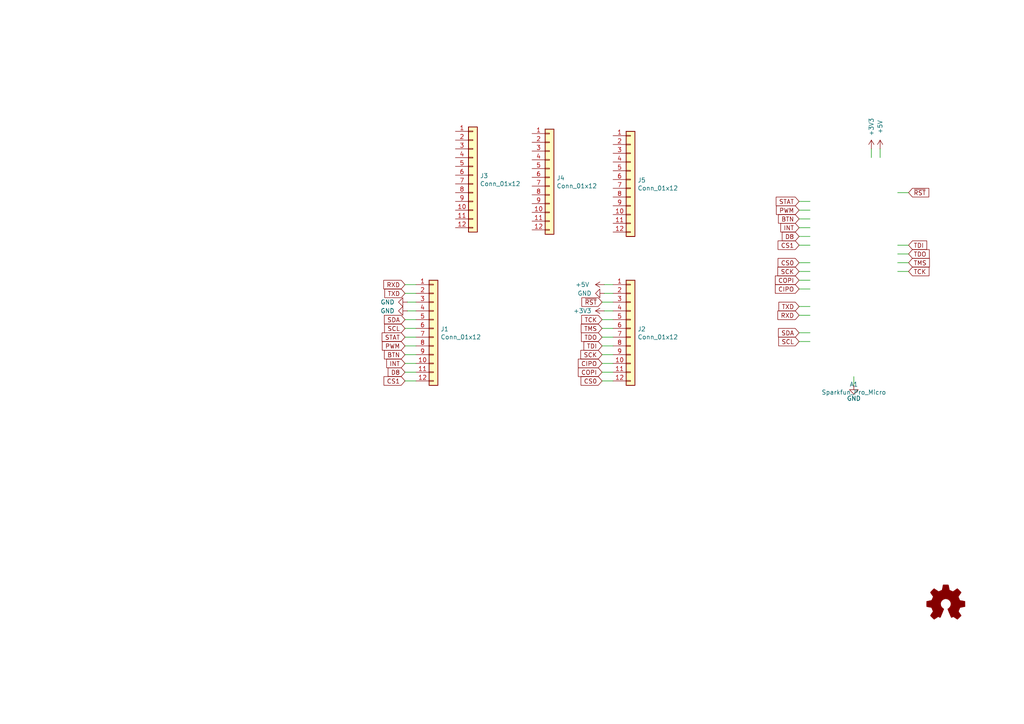
<source format=kicad_sch>
(kicad_sch (version 20231120) (generator "eeschema") (generator_version "8.0")
  (paper "A4")
  (title_block (title "DEV") (date "2020-09-05") (rev "v3.2") (company "nerdyscout"))
  (lib_symbols
    (symbol "Connector_Generic:Conn_01x12" (pin_names (offset 1.016) hide)
      (property "Reference" "J" (at 0 15.24 0))
      (property "Value" "Conn_01x12" (at 0 -17.78 0))
      (symbol "Conn_01x12_1_1"
        (rectangle (start -1.27 -15.113) (end 0 -15.367) (stroke (width 0.1524)))
        (rectangle (start -1.27 -12.573) (end 0 -12.827) (stroke (width 0.1524)))
        (rectangle (start -1.27 -10.033) (end 0 -10.287) (stroke (width 0.1524)))
        (rectangle (start -1.27 -7.493) (end 0 -7.747) (stroke (width 0.1524)))
        (rectangle (start -1.27 -4.953) (end 0 -5.207) (stroke (width 0.1524)))
        (rectangle (start -1.27 -2.413) (end 0 -2.667) (stroke (width 0.1524)))
        (rectangle (start -1.27 0.127) (end 0 -0.127) (stroke (width 0.1524)))
        (rectangle (start -1.27 2.667) (end 0 2.413) (stroke (width 0.1524)))
        (rectangle (start -1.27 5.207) (end 0 4.953) (stroke (width 0.1524)))
        (rectangle (start -1.27 7.747) (end 0 7.493) (stroke (width 0.1524)))
        (rectangle (start -1.27 10.287) (end 0 10.033) (stroke (width 0.1524)))
        (rectangle (start -1.27 12.827) (end 0 12.573) (stroke (width 0.1524)))
        (rectangle (start -1.27 13.97) (end 1.27 -16.51) (stroke (width 0.254)) (fill (type background)))
        (pin passive line (at -5.08 12.7 0) (length 3.81) (name "Pin_1") (number "1"))
        (pin passive line (at -5.08 -10.16 0) (length 3.81) (name "Pin_10") (number "10"))
        (pin passive line (at -5.08 -12.7 0) (length 3.81) (name "Pin_11") (number "11"))
        (pin passive line (at -5.08 -15.24 0) (length 3.81) (name "Pin_12") (number "12"))
        (pin passive line (at -5.08 10.16 0) (length 3.81) (name "Pin_2") (number "2"))
        (pin passive line (at -5.08 7.62 0) (length 3.81) (name "Pin_3") (number "3"))
        (pin passive line (at -5.08 5.08 0) (length 3.81) (name "Pin_4") (number "4"))
        (pin passive line (at -5.08 2.54 0) (length 3.81) (name "Pin_5") (number "5"))
        (pin passive line (at -5.08 0 0) (length 3.81) (name "Pin_6") (number "6"))
        (pin passive line (at -5.08 -2.54 0) (length 3.81) (name "Pin_7") (number "7"))
        (pin passive line (at -5.08 -5.08 0) (length 3.81) (name "Pin_8") (number "8"))
        (pin passive line (at -5.08 -7.62 0) (length 3.81) (name "Pin_9") (number "9"))
      )
    )
    (symbol "Graphic:Logo_Open_Hardware_Small" (in_bom no) (on_board no)
      (symbol "Logo_Open_Hardware_Small_0_1"
        (polyline (pts (xy 3.3528 -4.3434) (xy 3.302 -4.318) (xy 3.175 -4.2418) (xy 2.9972 -4.1148) (xy 2.7686 -3.9624) (xy 2.54 -3.81) (xy 2.3622 -3.7084) (xy 2.2352 -3.6068) (xy 2.1844 -3.5814) (xy 2.159 -3.6068) (xy 2.0574 -3.6576) (xy 1.905 -3.7338) (xy 1.8034 -3.7846) (xy 1.6764 -3.8354) (xy 1.6002 -3.8354) (xy 1.6002 -3.8354) (xy 1.5494 -3.7338) (xy 1.4732 -3.5306) (xy 1.3462 -3.302) (xy 1.2446 -3.0226) (xy 1.1176 -2.7178) (xy 0.9652 -2.413) (xy 0.8636 -2.1082) (xy 0.7366 -1.8288) (xy 0.6604 -1.6256) (xy 0.6096 -1.4732) (xy 0.5842 -1.397) (xy 0.5842 -1.397) (xy 0.6604 -1.3208) (xy 0.7874 -1.2446) (xy 1.0414 -1.016) (xy 1.2954 -0.6858) (xy 1.4478 -0.3302) (xy 1.524 0.0762) (xy 1.4732 0.4572) (xy 1.3208 0.8128) (xy 1.0668 1.143) (xy 0.762 1.3716) (xy 0.4064 1.524) (xy 0 1.5748) (xy -0.381 1.5494) (xy -0.7366 1.397) (xy -1.0668 1.143) (xy -1.2192 0.9906) (xy -1.397 0.6604) (xy -1.524 0.3048) (xy -1.524 0.2286) (xy -1.4986 -0.1778) (xy -1.397 -0.5334) (xy -1.1938 -0.8636) (xy -0.9144 -1.143) (xy -0.8636 -1.1684) (xy -0.7366 -1.27) (xy -0.635 -1.3462) (xy -0.5842 -1.397) (xy -1.0668 -2.5908) (xy -1.143 -2.794) (xy -1.2954 -3.1242) (xy -1.397 -3.4036) (xy -1.4986 -3.6322) (xy -1.5748 -3.7846) (xy -1.6002 -3.8354) (xy -1.6002 -3.8354) (xy -1.651 -3.8354) (xy -1.7272 -3.81) (xy -1.905 -3.7338) (xy -2.0066 -3.683) (xy -2.1336 -3.6068) (xy -2.2098 -3.5814) (xy -2.2606 -3.6068) (xy -2.3622 -3.683) (xy -2.54 -3.81) (xy -2.7686 -3.9624) (xy -2.9718 -4.0894) (xy -3.1496 -4.2164) (xy -3.302 -4.318) (xy -3.3528 -4.3434) (xy -3.3782 -4.3434) (xy -3.429 -4.318) (xy -3.5306 -4.2164) (xy -3.7084 -4.064) (xy -3.937 -3.8354) (xy -3.9624 -3.81) (xy -4.1656 -3.6068) (xy -4.318 -3.4544) (xy -4.4196 -3.3274) (xy -4.445 -3.2766) (xy -4.445 -3.2766) (xy -4.4196 -3.2258) (xy -4.318 -3.0734) (xy -4.2164 -2.8956) (xy -4.064 -2.667) (xy -3.6576 -2.0828) (xy -3.8862 -1.5494) (xy -3.937 -1.3716) (xy -4.0386 -1.1684) (xy -4.0894 -1.0414) (xy -4.1148 -0.9652) (xy -4.191 -0.9398) (xy -4.318 -0.9144) (xy -4.5466 -0.8636) (xy -4.8006 -0.8128) (xy -5.0546 -0.7874) (xy -5.2578 -0.7366) (xy -5.4356 -0.7112) (xy -5.5118 -0.6858) (xy -5.5118 -0.6858) (xy -5.5372 -0.635) (xy -5.5372 -0.5588) (xy -5.5372 -0.4318) (xy -5.5626 -0.2286) (xy -5.5626 0.0762) (xy -5.5626 0.127) (xy -5.5372 0.4064) (xy -5.5372 0.635) (xy -5.5372 0.762) (xy -5.5372 0.8382) (xy -5.5372 0.8382) (xy -5.461 0.8382) (xy -5.3086 0.889) (xy -5.08 0.9144) (xy -4.826 0.9652) (xy -4.8006 0.9906) (xy -4.5466 1.0414) (xy -4.318 1.0668) (xy -4.1656 1.1176) (xy -4.0894 1.143) (xy -4.0894 1.143) (xy -4.0386 1.2446) (xy -3.9624 1.4224) (xy -3.8608 1.6256) (xy -3.7846 1.8288) (xy -3.7084 2.0066) (xy -3.6576 2.159) (xy -3.6322 2.2098) (xy -3.6322 2.2098) (xy -3.683 2.286) (xy -3.7592 2.413) (xy -3.8862 2.5908) (xy -4.064 2.8194) (xy -4.064 2.8448) (xy -4.2164 3.0734) (xy -4.3434 3.2512) (xy -4.4196 3.3782) (xy -4.445 3.4544) (xy -4.445 3.4544) (xy -4.3942 3.5052) (xy -4.2926 3.6322) (xy -4.1148 3.81) (xy -3.937 4.0132) (xy -3.8608 4.064) (xy -3.6576 4.2926) (xy -3.5052 4.4196) (xy -3.4036 4.4958) (xy -3.3528 4.5212) (xy -3.3528 4.5212) (xy -3.302 4.4704) (xy -3.1496 4.3688) (xy -2.9718 4.2418) (xy -2.7432 4.0894) (xy -2.7178 4.0894) (xy -2.4892 3.937) (xy -2.3114 3.81) (xy -2.1844 3.7084) (xy -2.1336 3.683) (xy -2.1082 3.683) (xy -2.032 3.7084) (xy -1.8542 3.7592) (xy -1.6764 3.8354) (xy -1.4732 3.937) (xy -1.27 4.0132) (xy -1.143 4.064) (xy -1.0668 4.1148) (xy -1.0668 4.1148) (xy -1.0414 4.191) (xy -1.016 4.3434) (xy -0.9652 4.572) (xy -0.9144 4.8514) (xy -0.889 4.9022) (xy -0.8382 5.1562) (xy -0.8128 5.3848) (xy -0.7874 5.5372) (xy -0.762 5.588) (xy -0.7112 5.6134) (xy -0.5842 5.6134) (xy -0.4064 5.6134) (xy -0.1524 5.6134) (xy 0.0762 5.6134) (xy 0.3302 5.6134) (xy 0.5334 5.6134) (xy 0.6858 5.588) (xy 0.7366 5.588) (xy 0.7366 5.588) (xy 0.762 5.5118) (xy 0.8128 5.334) (xy 0.8382 5.1054) (xy 0.9144 4.826) (xy 0.9144 4.7752) (xy 0.9652 4.5212) (xy 1.016 4.2926) (xy 1.0414 4.1402) (xy 1.0668 4.0894) (xy 1.0668 4.0894) (xy 1.1938 4.0386) (xy 1.3716 3.9624) (xy 1.5748 3.8608) (xy 2.0828 3.6576) (xy 2.7178 4.0894) (xy 2.7686 4.1402) (xy 2.9972 4.2926) (xy 3.175 4.4196) (xy 3.302 4.4958) (xy 3.3782 4.5212) (xy 3.3782 4.5212) (xy 3.429 4.4704) (xy 3.556 4.3434) (xy 3.7338 4.191) (xy 3.9116 3.9878) (xy 4.064 3.8354) (xy 4.2418 3.6576) (xy 4.3434 3.556) (xy 4.4196 3.4798) (xy 4.4196 3.429) (xy 4.4196 3.4036) (xy 4.3942 3.3274) (xy 4.2926 3.2004) (xy 4.1656 2.9972) (xy 4.0132 2.794) (xy 3.8862 2.5908) (xy 3.7592 2.3876) (xy 3.6576 2.2352) (xy 3.6322 2.159) (xy 3.6322 2.1336) (xy 3.683 2.0066) (xy 3.7592 1.8288) (xy 3.8608 1.6002) (xy 4.064 1.1176) (xy 4.3942 1.0414) (xy 4.5974 1.016) (xy 4.8768 0.9652) (xy 5.1308 0.9144) (xy 5.5372 0.8382) (xy 5.5626 -0.6604) (xy 5.4864 -0.6858) (xy 5.4356 -0.6858) (xy 5.2832 -0.7366) (xy 5.0546 -0.762) (xy 4.8006 -0.8128) (xy 4.5974 -0.8636) (xy 4.3688 -0.9144) (xy 4.2164 -0.9398) (xy 4.1402 -0.9398) (xy 4.1148 -0.9652) (xy 4.064 -1.0668) (xy 3.9878 -1.2446) (xy 3.9116 -1.4478) (xy 3.81 -1.651) (xy 3.7338 -1.8542) (xy 3.683 -2.0066) (xy 3.6576 -2.0828) (xy 3.683 -2.1336) (xy 3.7846 -2.2606) (xy 3.8862 -2.4638) (xy 4.0386 -2.667) (xy 4.191 -2.8956) (xy 4.318 -3.0734) (xy 4.3942 -3.2004) (xy 4.445 -3.2766) (xy 4.4196 -3.3274) (xy 4.3434 -3.429) (xy 4.1656 -3.5814) (xy 3.937 -3.8354) (xy 3.8862 -3.8608) (xy 3.683 -4.064) (xy 3.5306 -4.2164) (xy 3.4036 -4.318) (xy 3.3528 -4.3434)) (fill (type outline)))
      )
    )
    (symbol "power:+3V3" (power) (pin_numbers hide) (pin_names (offset 0) hide)
      (property "Value" "+3V3" (at 0 3.556 0))
      (symbol "+3V3_0_1"
        (polyline (pts (xy -0.762 1.27) (xy 0 2.54)))
        (polyline (pts (xy 0 0) (xy 0 2.54)))
        (polyline (pts (xy 0 2.54) (xy 0.762 1.27)))
      )
      (symbol "+3V3_1_1"
        (pin power_in line (at 0 0 90) (length 0) (name "~") (number "1"))
      )
    )
    (symbol "power:+5V" (power) (pin_numbers hide) (pin_names (offset 0) hide)
      (property "Value" "+5V" (at 0 3.556 0))
      (symbol "+5V_0_1"
        (polyline (pts (xy -0.762 1.27) (xy 0 2.54)))
        (polyline (pts (xy 0 0) (xy 0 2.54)))
        (polyline (pts (xy 0 2.54) (xy 0.762 1.27)))
      )
      (symbol "+5V_1_1"
        (pin power_in line (at 0 0 90) (length 0) (name "~") (number "1"))
      )
    )
    (symbol "power:GND" (power) (pin_numbers hide) (pin_names (offset 0) hide)
      (property "Value" "GND" (at 0 -3.81 0))
      (symbol "GND_0_1"
        (polyline (pts (xy 0 0) (xy 0 -1.27) (xy 1.27 -1.27) (xy 0 -2.54) (xy -1.27 -1.27) (xy 0 -1.27)))
      )
      (symbol "GND_1_1"
        (pin power_in line (at 0 0 270) (length 0) (name "~") (number "1"))
      )
    )
  )
  (wire (pts (xy 234.95 88.9) (xy 231.775 88.9)))
  (wire (pts (xy 177.8 110.49) (xy 174.625 110.49)))
  (wire (pts (xy 175.26 90.17) (xy 177.8 90.17)))
  (wire (pts (xy 174.625 87.63) (xy 177.8 87.63)))
  (wire (pts (xy 174.625 102.87) (xy 177.8 102.87)))
  (wire (pts (xy 231.775 60.96) (xy 234.95 60.96)))
  (wire (pts (xy 177.8 107.95) (xy 174.625 107.95)))
  (wire (pts (xy 260.35 73.66) (xy 263.525 73.66)))
  (wire (pts (xy 263.525 76.2) (xy 260.35 76.2)))
  (wire (pts (xy 252.73 43.18) (xy 252.73 45.72)))
  (wire (pts (xy 174.625 95.25) (xy 177.8 95.25)))
  (wire (pts (xy 234.95 96.52) (xy 231.775 96.52)))
  (wire (pts (xy 117.475 100.33) (xy 120.65 100.33)))
  (wire (pts (xy 255.27 43.18) (xy 255.27 45.72)))
  (wire (pts (xy 120.65 92.71) (xy 117.475 92.71)))
  (wire (pts (xy 231.775 83.82) (xy 234.95 83.82)))
  (wire (pts (xy 120.65 97.79) (xy 117.475 97.79)))
  (wire (pts (xy 231.775 78.74) (xy 234.95 78.74)))
  (wire (pts (xy 231.775 66.04) (xy 234.95 66.04)))
  (wire (pts (xy 120.65 85.09) (xy 117.475 85.09)))
  (wire (pts (xy 263.525 55.88) (xy 260.35 55.88)))
  (wire (pts (xy 175.26 82.55) (xy 177.8 82.55)))
  (wire (pts (xy 231.775 71.12) (xy 234.95 71.12)))
  (wire (pts (xy 234.95 58.42) (xy 231.775 58.42)))
  (wire (pts (xy 234.95 63.5) (xy 231.775 63.5)))
  (wire (pts (xy 117.475 105.41) (xy 120.65 105.41)))
  (wire (pts (xy 177.8 92.71) (xy 174.625 92.71)))
  (wire (pts (xy 120.65 102.87) (xy 117.475 102.87)))
  (wire (pts (xy 231.775 91.44) (xy 234.95 91.44)))
  (wire (pts (xy 177.8 97.79) (xy 174.625 97.79)))
  (wire (pts (xy 234.95 81.28) (xy 231.775 81.28)))
  (wire (pts (xy 117.475 95.25) (xy 120.65 95.25)))
  (wire (pts (xy 118.11 90.17) (xy 120.65 90.17)))
  (wire (pts (xy 231.775 99.06) (xy 234.95 99.06)))
  (wire (pts (xy 263.525 71.12) (xy 260.35 71.12)))
  (wire (pts (xy 117.475 110.49) (xy 120.65 110.49)))
  (wire (pts (xy 174.625 100.33) (xy 177.8 100.33)))
  (wire (pts (xy 234.95 68.58) (xy 231.775 68.58)))
  (wire (pts (xy 118.11 87.63) (xy 120.65 87.63)))
  (wire (pts (xy 174.625 105.41) (xy 177.8 105.41)))
  (wire (pts (xy 260.35 78.74) (xy 263.525 78.74)))
  (wire (pts (xy 234.95 76.2) (xy 231.775 76.2)))
  (wire (pts (xy 247.65 111.76) (xy 247.65 109.22)))
  (wire (pts (xy 117.475 82.55) (xy 120.65 82.55)))
  (wire (pts (xy 120.65 107.95) (xy 117.475 107.95)))
  (wire (pts (xy 175.26 85.09) (xy 177.8 85.09)))
  (global_label "SCK" (shape input) (at 174.625 102.87 180) (property "Intersheetrefs" "${INTERSHEET_REFS}" (effects (hide yes))))
  (global_label "CIPO" (shape input) (at 174.625 105.41 180) (property "Intersheetrefs" "${INTERSHEET_REFS}" (effects (hide yes))))
  (global_label "SCL" (shape input) (at 231.775 99.06 180) (property "Intersheetrefs" "${INTERSHEET_REFS}" (effects (hide yes))))
  (global_label "SCL" (shape input) (at 117.475 95.25 180) (property "Intersheetrefs" "${INTERSHEET_REFS}" (effects (hide yes))))
  (global_label "BTN" (shape input) (at 117.475 102.87 180) (property "Intersheetrefs" "${INTERSHEET_REFS}" (effects (hide yes))))
  (global_label "PWM" (shape input) (at 117.475 100.33 180) (property "Intersheetrefs" "${INTERSHEET_REFS}" (effects (hide yes))))
  (global_label "~{RST}" (shape input) (at 263.525 55.88 0) (property "Intersheetrefs" "${INTERSHEET_REFS}" (effects (hide yes))))
  (global_label "D8" (shape input) (at 231.775 68.58 180) (property "Intersheetrefs" "${INTERSHEET_REFS}" (effects (hide yes))))
  (global_label "TDI" (shape input) (at 263.525 71.12 0) (property "Intersheetrefs" "${INTERSHEET_REFS}" (effects (hide yes))))
  (global_label "TXD" (shape input) (at 231.775 88.9 180) (property "Intersheetrefs" "${INTERSHEET_REFS}" (effects (hide yes))))
  (global_label "CS0" (shape input) (at 231.775 76.2 180) (property "Intersheetrefs" "${INTERSHEET_REFS}" (effects (hide yes))))
  (global_label "RXD" (shape input) (at 231.775 91.44 180) (property "Intersheetrefs" "${INTERSHEET_REFS}" (effects (hide yes))))
  (global_label "TCK" (shape input) (at 174.625 92.71 180) (property "Intersheetrefs" "${INTERSHEET_REFS}" (effects (hide yes))))
  (global_label "TDO" (shape input) (at 174.625 97.79 180) (property "Intersheetrefs" "${INTERSHEET_REFS}" (effects (hide yes))))
  (global_label "D8" (shape input) (at 117.475 107.95 180) (property "Intersheetrefs" "${INTERSHEET_REFS}" (effects (hide yes))))
  (global_label "~{RST}" (shape input) (at 174.625 87.63 180) (property "Intersheetrefs" "${INTERSHEET_REFS}" (effects (hide yes))))
  (global_label "COPI" (shape input) (at 231.775 81.28 180) (property "Intersheetrefs" "${INTERSHEET_REFS}" (effects (hide yes))))
  (global_label "CS0" (shape input) (at 174.625 110.49 180) (property "Intersheetrefs" "${INTERSHEET_REFS}" (effects (hide yes))))
  (global_label "SCK" (shape input) (at 231.775 78.74 180) (property "Intersheetrefs" "${INTERSHEET_REFS}" (effects (hide yes))))
  (global_label "CS1" (shape input) (at 117.475 110.49 180) (property "Intersheetrefs" "${INTERSHEET_REFS}" (effects (hide yes))))
  (global_label "COPI" (shape input) (at 174.625 107.95 180) (property "Intersheetrefs" "${INTERSHEET_REFS}" (effects (hide yes))))
  (global_label "STAT" (shape input) (at 117.475 97.79 180) (property "Intersheetrefs" "${INTERSHEET_REFS}" (effects (hide yes))))
  (global_label "TMS" (shape input) (at 263.525 76.2 0) (property "Intersheetrefs" "${INTERSHEET_REFS}" (effects (hide yes))))
  (global_label "INT" (shape input) (at 231.775 66.04 180) (property "Intersheetrefs" "${INTERSHEET_REFS}" (effects (hide yes))))
  (global_label "TDO" (shape input) (at 263.525 73.66 0) (property "Intersheetrefs" "${INTERSHEET_REFS}" (effects (hide yes))))
  (global_label "SDA" (shape input) (at 231.775 96.52 180) (property "Intersheetrefs" "${INTERSHEET_REFS}" (effects (hide yes))))
  (global_label "TXD" (shape input) (at 117.475 85.09 180) (property "Intersheetrefs" "${INTERSHEET_REFS}" (effects (hide yes))))
  (global_label "TDI" (shape input) (at 174.625 100.33 180) (property "Intersheetrefs" "${INTERSHEET_REFS}" (effects (hide yes))))
  (global_label "PWM" (shape input) (at 231.775 60.96 180) (property "Intersheetrefs" "${INTERSHEET_REFS}" (effects (hide yes))))
  (global_label "CS1" (shape input) (at 231.775 71.12 180) (property "Intersheetrefs" "${INTERSHEET_REFS}" (effects (hide yes))))
  (global_label "BTN" (shape input) (at 231.775 63.5 180) (property "Intersheetrefs" "${INTERSHEET_REFS}" (effects (hide yes))))
  (global_label "TMS" (shape input) (at 174.625 95.25 180) (property "Intersheetrefs" "${INTERSHEET_REFS}" (effects (hide yes))))
  (global_label "TCK" (shape input) (at 263.525 78.74 0) (property "Intersheetrefs" "${INTERSHEET_REFS}" (effects (hide yes))))
  (global_label "SDA" (shape input) (at 117.475 92.71 180) (property "Intersheetrefs" "${INTERSHEET_REFS}" (effects (hide yes))))
  (global_label "CIPO" (shape input) (at 231.775 83.82 180) (property "Intersheetrefs" "${INTERSHEET_REFS}" (effects (hide yes))))
  (global_label "RXD" (shape input) (at 117.475 82.55 180) (property "Intersheetrefs" "${INTERSHEET_REFS}" (effects (hide yes))))
  (global_label "STAT" (shape input) (at 231.775 58.42 180) (property "Intersheetrefs" "${INTERSHEET_REFS}" (effects (hide yes))))
  (global_label "INT" (shape input) (at 117.475 105.41 180) (property "Intersheetrefs" "${INTERSHEET_REFS}" (effects (hide yes))))
  (symbol (lib_id "power:GND") (at 247.65 111.76 0) (unit 1)
    (property "Reference" "#PWR0101" (effects (hide yes)))
    (property "Value" "GND" (at 247.65 115.57 0))
  )
  (symbol (lib_id "power:+3V3") (at 252.73 43.18 0) (unit 1)
    (property "Reference" "#PWR0102" (effects (hide yes)))
    (property "Value" "+3V3" (at 252.73 36.83 90))
  )
  (symbol (lib_id "Graphic:Logo_Open_Hardware_Small") (at 274.32 175.26 0) (unit 1)
    (property "Reference" "LOGO1" (effects (hide yes)))
    (property "Value" "Logo_Open_Hardware_Small" (effects (hide yes)))
    (property "Footprint" "~Symbol:OSHW-Symbol_6.7x6mm_SilkScreen" (effects (hide yes)))
  )
  (symbol (lib_id "power:+5V") (at 255.27 43.18 0) (unit 1)
    (property "Reference" "#PWR01" (effects (hide yes)))
    (property "Value" "+5V" (at 255.27 36.83 90))
  )
  (symbol (lib_id "ProMicro:Sparkfun_Pro_Micro") (at 247.65 76.2 0) (unit 1)
    (property "Reference" "A1" (at 247.65 111.4806 0))
    (property "Value" "Sparkfun_Pro_Micro" (at 247.65 113.792 0))
    (property "Footprint" "lib:ProMicro" (effects (hide yes)))
  )
  (symbol (lib_id "Connector_Generic:Conn_01x12") (at 125.73 95.25 0) (unit 1)
    (property "Reference" "J1" (at 127.762 95.4532 0) (effects (justify left)))
    (property "Value" "Conn_01x12" (at 127.762 97.7646 0) (effects (justify left)))
    (property "Footprint" "Connector_PinHeader_2.54mm:PinHeader_1x12_P2.54mm_Vertical" (effects (hide yes)))
  )
  (symbol (lib_id "Connector_Generic:Conn_01x12") (at 182.88 95.25 0) (unit 1)
    (property "Reference" "J2" (at 184.912 95.4532 0) (effects (justify left)))
    (property "Value" "Conn_01x12" (at 184.912 97.7646 0) (effects (justify left)))
    (property "Footprint" "Connector_PinHeader_2.54mm:PinHeader_1x12_P2.54mm_Vertical" (effects (hide yes)))
  )
  (symbol (lib_id "power:+3V3") (at 175.26 90.17 90) (unit 1)
    (property "Reference" "#PWR0103" (effects (hide yes)))
    (property "Value" "+3V3" (at 168.91 90.17 90))
  )
  (symbol (lib_id "power:+5V") (at 175.26 82.55 90) (unit 1)
    (property "Reference" "#PWR0104" (effects (hide yes)))
    (property "Value" "+5V" (at 168.91 82.55 90))
  )
  (symbol (lib_id "power:GND") (at 175.26 85.09 270) (unit 1)
    (property "Reference" "#PWR0105" (effects (hide yes)))
    (property "Value" "GND" (at 169.545 85.09 90))
  )
  (symbol (lib_id "Connector_Generic:Conn_01x12") (at 182.88 52.07 0) (unit 1)
    (property "Reference" "J5" (at 184.912 52.2732 0) (effects (justify left)))
    (property "Value" "Conn_01x12" (at 184.912 54.5846 0) (effects (justify left)))
    (property "Footprint" "Connector_PinHeader_2.54mm:PinHeader_1x12_P2.54mm_Vertical" (effects (hide yes)))
  )
  (symbol (lib_id "Connector_Generic:Conn_01x12") (at 159.385 51.435 0) (unit 1)
    (property "Reference" "J4" (at 161.417 51.6382 0) (effects (justify left)))
    (property "Value" "Conn_01x12" (at 161.417 53.9496 0) (effects (justify left)))
    (property "Footprint" "Connector_PinHeader_2.54mm:PinHeader_1x12_P2.54mm_Vertical" (effects (hide yes)))
  )
  (symbol (lib_id "Connector_Generic:Conn_01x12") (at 137.16 50.8 0) (unit 1)
    (property "Reference" "J3" (at 139.192 51.0032 0) (effects (justify left)))
    (property "Value" "Conn_01x12" (at 139.192 53.3146 0) (effects (justify left)))
    (property "Footprint" "Connector_PinHeader_2.54mm:PinHeader_1x12_P2.54mm_Vertical" (effects (hide yes)))
  )
  (symbol (lib_id "power:GND") (at 118.11 87.63 270) (unit 1)
    (property "Reference" "#PWR0106" (effects (hide yes)))
    (property "Value" "GND" (at 112.395 87.63 90))
  )
  (symbol (lib_id "power:GND") (at 118.11 90.17 270) (unit 1)
    (property "Reference" "#PWR0107" (effects (hide yes)))
    (property "Value" "GND" (at 112.395 90.17 90))
  )
)
</source>
